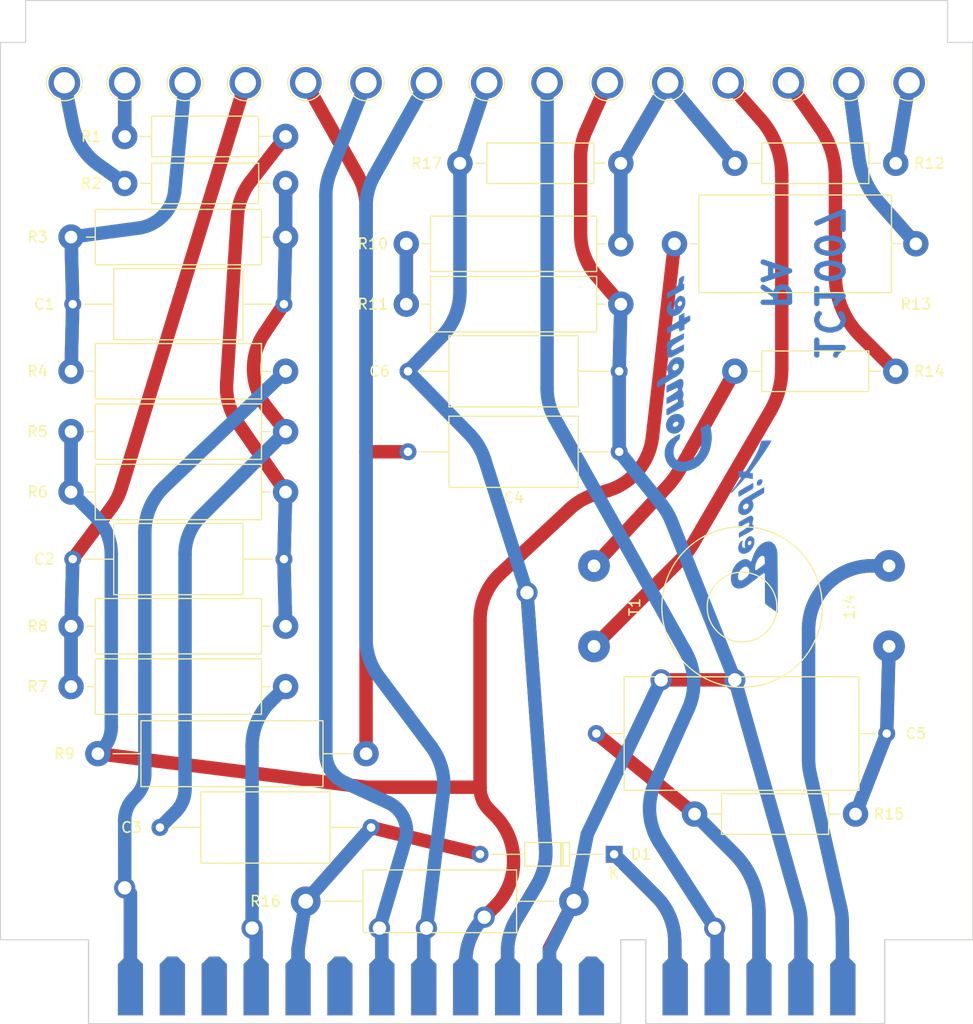
<source format=kicad_pcb>
(kicad_pcb (version 20211014) (generator pcbnew)
  (layers (0 "F.Cu" signal) (31 "B.Cu" signal) (34 "B.Paste" user) (35 "F.Paste" user) (36 "B.SilkS" user "B.Silkscreen") (37 "F.SilkS" user "F.Silkscreen") (38 "B.Mask" user) (39 "F.Mask" user) (44 "Edge.Cuts" user))
  (net 0 "")
  (net 1 "/+100V")
  (net 2 "GND")
  (net 3 "/(RESET)")
  (net 4 "/Input 1")
  (net 5 "/V1P2")
  (net 6 "/-160V")
  (net 7 "/V2P2")
  (net 8 "/V2P7")
  (net 9 "/Filament 2")
  (net 10 "/Filament 1")
  (net 11 "/(SET)")
  (net 12 "/V2P3")
  (net 13 "/V2P6")
  (net 14 "Net-(C2-Pad2)")
  (net 15 "/V1P3")
  (net 16 "/Return")
  (net 17 "Net-(C5-Pad2)")
  (net 18 "/Output 1_{0}")
  (net 19 "/Output 1_{1}")
  (net 22 "/V1P7")
  (net 23 "/Clock")
  (net 24 "/Read Clock")
  (net 29 "Net-(R10-Pad1)")
  (net 30 "/VR1P3")
  (net 31 "/VR1P1")
  (net 32 "Net-(R14-Pad2)")
  (net 33 "/VR1P2")
  (net 34 "/Test Point 1")
  (footprint "Resistor_THT:R_Axial_DIN0516_L15.5mm_D5.0mm_P20.32mm_Horizontal" (layer "F.Cu") (at 127 90.805 180)
    (fp_text reference "R5")
    (fp_text value "33K 1/4W 1%")
  )
  (footprint "Resistor_THT:R_Axial_DIN0411_L9.9mm_D3.6mm_P15.24mm_Horizontal" (layer "F.Cu") (at 127 67.31 180)
    (fp_text reference "R2")
    (fp_text value "1.2K 1/2W 10%")
  )
  (footprint "Resistor_THT:R_Axial_DIN0516_L15.5mm_D5.0mm_P20.32mm_Horizontal" (layer "F.Cu") (at 127 114.935 180)
    (fp_text reference "R7")
    (fp_text value "3.9K 1W 5%")
  )
  (footprint "TestPoint:TestPoint_Plated_Hole_D2.0mm" (layer "F.Cu") (at 168.91 57.785)
    (fp_text reference "TP12")
    (fp_text value "E")
  )
  (footprint "Resistor_THT:R_Axial_DIN0411_L9.9mm_D3.6mm_P15.24mm_Horizontal" (layer "F.Cu") (at 180.975 127 180)
    (fp_text reference "R15")
    (fp_text value "120Ω 1/2W 10%")
  )
  (footprint "TestPoint:TestPoint_Plated_Hole_D2.0mm" (layer "F.Cu") (at 140.335 57.785)
    (fp_text reference "TP7")
    (fp_text value "L")
  )
  (footprint "Resistor_THT:R_Axial_DIN0411_L9.9mm_D3.6mm_P15.24mm_Horizontal" (layer "F.Cu") (at 184.785 85.09 180)
    (fp_text reference "R14")
    (fp_text value "1.2K 1/2W 10%")
  )
  (footprint "Resistor_THT:R_Axial_DIN0617_L17.0mm_D6.0mm_P25.40mm_Horizontal" (layer "F.Cu") (at 134.62 121.285 180)
    (fp_text reference "R9")
    (fp_text value "3.9K 1/2W 1%")
  )
  (footprint "Resistor_THT:R_Axial_DIN0516_L15.5mm_D5.0mm_P20.32mm_Horizontal" (layer "F.Cu") (at 158.75 78.74 180)
    (fp_text reference "R11")
    (fp_text value "8.2K 1W 5%")
  )
  (footprint "TestPoint:TestPoint_Plated_Hole_D2.0mm" (layer "F.Cu") (at 174.625 57.785)
    (fp_text reference "TP13")
    (fp_text value "D")
  )
  (footprint "TestPoint:TestPoint_Plated_Hole_D2.0mm" (layer "F.Cu") (at 134.62 57.785)
    (fp_text reference "TP6")
    (fp_text value "M")
  )
  (footprint "TestPoint:TestPoint_Plated_Hole_D2.0mm" (layer "F.Cu") (at 106.045 57.785)
    (fp_text reference "TP1")
    (fp_text value "U")
  )
  (footprint "Resistor_THT:R_Axial_DIN0516_L15.5mm_D5.0mm_P20.32mm_Horizontal" (layer "F.Cu") (at 138.43 73.025)
    (fp_text reference "R10")
    (fp_text value "6.8K 1W 5%")
  )
  (footprint "Resistor_THT:R_Axial_DIN0516_L15.5mm_D5.0mm_P20.32mm_Horizontal" (layer "F.Cu") (at 127 85.09 180)
    (fp_text reference "R4")
    (fp_text value "3.9K 1W 5%")
  )
  (footprint "TestPoint:TestPoint_Plated_Hole_D2.0mm" (layer "F.Cu") (at 163.195 57.785)
    (fp_text reference "TP11")
    (fp_text value "F")
  )
  (footprint "Resistor_THT:R_Axial_DIN0516_L15.5mm_D5.0mm_P20.32mm_Horizontal" (layer "F.Cu") (at 106.68 72.39)
    (fp_text reference "R3")
    (fp_text value "82K 1/4W 1%")
  )
  (footprint "Resistor_THT:R_Axial_DIN0411_L9.9mm_D3.6mm_P15.24mm_Horizontal" (layer "F.Cu") (at 169.545 65.405)
    (fp_text reference "R12")
    (fp_text value "180Ω 1/2W 10%")
  )
  (footprint "TestPoint:TestPoint_Plated_Hole_D2.0mm" (layer "F.Cu") (at 157.48 57.785)
    (fp_text reference "TP10")
    (fp_text value "H")
  )
  (footprint "Capacitor_THT:C_Axial_L12.0mm_D6.5mm_P20.00mm_Horizontal" (layer "F.Cu") (at 158.59 85.09 180)
    (fp_text reference "C6")
    (fp_text value "15nF 500V")
  )
  (footprint "TestPoint:TestPoint_Plated_Hole_D2.0mm" (layer "F.Cu") (at 117.475 57.785)
    (fp_text reference "TP3")
    (fp_text value "S")
  )
  (footprint "Bendix_G15:Card_Edge_F_Key" (layer "F.Cu") (at 146.0375 138.9)
    (fp_text reference "J1")
    (fp_text value "Conn_02x18_Row_Letter_First")
    (fp_line (start 12.7 7.9375) (end -37.703125 7.9375) (layer "Edge.Cuts") (width 0.12))
    (fp_line (start 15.08125 7.9375) (end 15.08125 0) (layer "Edge.Cuts") (width 0.12))
    (fp_line (start -37.703125 7.9375) (end -37.703125 0) (layer "Edge.Cuts") (width 0.12))
    (fp_line (start 37.703125 0) (end 37.703125 7.9375) (layer "Edge.Cuts") (width 0.12))
    (fp_line (start 12.7 0) (end 12.7 7.9375) (layer "Edge.Cuts") (width 0.12))
    (fp_line (start 37.703125 7.9375) (end 15.08125 7.9375) (layer "Edge.Cuts") (width 0.12))
    (fp_line (start 15.08125 0) (end 12.7 0) (layer "Edge.Cuts") (width 0.12))
  )
  (footprint "Resistor_THT:R_Axial_DIN0516_L15.5mm_D5.0mm_P20.32mm_Horizontal" (layer "F.Cu") (at 127 96.52 180)
    (fp_text reference "R6")
    (fp_text value "33K 1/4W 1%")
  )
  (footprint "Resistor_THT:R_Axial_DIN0411_L9.9mm_D3.6mm_P15.24mm_Horizontal" (layer "F.Cu") (at 158.75 65.405 180)
    (fp_text reference "R17")
    (fp_text value "2.2K 1/2W 10%")
  )
  (footprint "Resistor_THT:R_Axial_DIN0614_L14.3mm_D5.7mm_P25.40mm_Horizontal" (layer "F.Cu") (at 128.905 135.255)
    (fp_text reference "R16")
    (fp_text value "15K 1W 10%")
  )
  (footprint "Resistor_THT:R_Axial_DIN0918_L18.0mm_D9.0mm_P22.86mm_Horizontal" (layer "F.Cu") (at 186.69 73.025 180)
    (fp_text reference "R13")
    (fp_text value "8.2K 2W 5%")
  )
  (footprint "TestPoint:TestPoint_Plated_Hole_D2.0mm" (layer "F.Cu") (at 123.19 57.785)
    (fp_text reference "TP4")
    (fp_text value "R")
  )
  (footprint "TestPoint:TestPoint_Plated_Hole_D2.0mm" (layer "F.Cu") (at 111.76 57.785)
    (fp_text reference "TP2")
    (fp_text value "T")
  )
  (footprint "TestPoint:TestPoint_Plated_Hole_D2.0mm" (layer "F.Cu") (at 146.05 57.785)
    (fp_text reference "TP8")
    (fp_text value "K")
  )
  (footprint "TestPoint:TestPoint_Plated_Hole_D2.0mm" (layer "F.Cu") (at 180.34 57.785)
    (fp_text reference "TP14")
    (fp_text value "C")
  )
  (footprint "Capacitor_THT:C_Axial_L12.0mm_D6.5mm_P20.00mm_Horizontal" (layer "F.Cu") (at 115.095 128.27)
    (fp_text reference "C3")
    (fp_text value "30nF 500V")
  )
  (footprint "Capacitor_THT:C_Axial_L12.0mm_D6.5mm_P20.00mm_Horizontal" (layer "F.Cu") (at 106.84 102.87)
    (fp_text reference "C2")
    (fp_text value "50nF 500V")
  )
  (footprint "Diode_THT:D_DO-35_SOD27_P12.70mm_Horizontal" (layer "F.Cu") (at 158.115 130.81 180)
    (fp_text reference "D1")
    (fp_text value "1N4007")
  )
  (footprint "Resistor_THT:R_Axial_DIN0516_L15.5mm_D5.0mm_P20.32mm_Horizontal" (layer "F.Cu") (at 127 109.22 180)
    (fp_text reference "R8")
    (fp_text value "82K 1/4W 1%")
  )
  (footprint "Capacitor_THT:C_Axial_L12.0mm_D6.5mm_P20.00mm_Horizontal" (layer "F.Cu") (at 126.84 78.74 180)
    (fp_text reference "C1")
    (fp_text value "20nF 500V")
  )
  (footprint "TestPoint:TestPoint_Plated_Hole_D2.0mm" (layer "F.Cu") (at 128.905 57.785)
    (fp_text reference "TP5")
    (fp_text value "N")
  )
  (footprint "Capacitor_THT:C_Axial_L12.0mm_D6.5mm_P20.00mm_Horizontal" (layer "F.Cu") (at 158.59 92.71 180)
    (fp_text reference "C4")
    (fp_text value "1µF 500V")
  )
  (footprint "Transformer_THT:Transformer_Toroid_Horizontal_D14.0mm_Amidon-T50" (layer "F.Cu") (at 184.15 103.505)
    (fp_text reference "T1")
    (fp_text value "1:4")
  )
  (footprint "Capacitor_THT:C_Axial_L22.0mm_D10.5mm_P27.50mm_Horizontal" (layer "F.Cu") (at 156.43 119.38)
    (fp_text reference "C5")
    (fp_text value "0.27µF 200V")
  )
  (footprint "Resistor_THT:R_Axial_DIN0411_L9.9mm_D3.6mm_P15.24mm_Horizontal" (layer "F.Cu") (at 111.76 62.865)
    (fp_text reference "R1")
    (fp_text value "1.2K 1/2W 10%")
  )
  (footprint "TestPoint:TestPoint_Plated_Hole_D2.0mm" (layer "F.Cu") (at 186.055 57.785)
    (fp_text reference "TP15")
    (fp_text value "B")
  )
  (footprint "TestPoint:TestPoint_Plated_Hole_D2.0mm" (layer "F.Cu") (at 151.765 57.785)
    (fp_text reference "TP9")
    (fp_text value "J")
  )
  (footprint "LOGO" (layer "B.Cu") (at 171.45 99.695 90)
    (fp_text reference "G***" hide)
    (fp_text value "LOGO" hide)
  )
  (footprint "LOGO" (layer "B.Cu") (at 165.1 85.09 90)
    (fp_text reference "G***" hide)
    (fp_text value "LOGO" hide)
  )
  (gr_line (start 102.38125 50) (end 189.69375 50) (layer "Edge.Cuts") (width 0.1))
  (gr_line (start 102.38125 53.96875) (end 100 53.96875) (layer "Edge.Cuts") (width 0.1))
  (gr_line (start 100 53.96875) (end 100 138.9) (layer "Edge.Cuts") (width 0.1))
  (gr_line (start 192.075 53.96875) (end 192.075 138.9) (layer "Edge.Cuts") (width 0.1))
  (gr_line (start 108.334375 138.9) (end 100 138.9) (layer "Edge.Cuts") (width 0.1))
  (gr_line (start 102.38125 50) (end 102.38125 53.96875) (layer "Edge.Cuts") (width 0.1))
  (gr_line (start 192.075 53.96875) (end 189.69375 53.96875) (layer "Edge.Cuts") (width 0.1))
  (gr_line (start 189.69375 50) (end 189.69375 53.96875) (layer "Edge.Cuts") (width 0.1))
  (gr_line (start 183.740625 138.9) (end 192.075 138.9) (layer "Edge.Cuts") (width 0.1))
  (gr_text "RA" (at 173.355 76.835 270) (layer "B.Cu") (effects (font (size 2.5 2.5) (thickness 0.5)) (justify mirror)))
  (gr_text "1C1007\n" (at 178.435 76.835 270) (layer "B.Cu") (effects (font (size 2.5 2.5) (thickness 0.5)) (justify mirror)))
  (via (at 104.7625 134.1375) (size 4.7625) (drill 3.175) (layers "F.Cu" "B.Cu") (remove_unused_layers) (net 0))
  (via (at 187.3125 134.1375) (size 4.7625) (drill 3.175) (layers "F.Cu" "B.Cu") (remove_unused_layers) (net 0))
  (segment (start 175.803125 143.265625) (end 175.803125 137.265065) (width 1.27) (layer "F.Cu") (net 2))
  (segment (start 175.576769 135.632571) (end 169.545 114.3) (width 1.27) (layer "F.Cu") (net 2))
  (segment (start 158.59 85.09) (end 158.75 78.74) (width 1.27) (layer "F.Cu") (net 2))
  (segment (start 169.545 114.3) (end 162.56 114.3) (width 1.27) (layer "F.Cu") (net 2))
  (segment (start 158.75 78.74) (end 156.384461 75.980204) (width 1.27) (layer "F.Cu") (net 2))
  (segment (start 154.94 72.075456) (end 154.94 64.773287) (width 1.27) (layer "F.Cu") (net 2))
  (segment (start 158.59 92.71) (end 158.59 85.09) (width 1.27) (layer "F.Cu") (net 2))
  (segment (start 151.990625 139.7) (end 154.305 135.255) (width 1.27) (layer "F.Cu") (net 2))
  (segment (start 155.457131 62.336456) (end 157.48 57.785) (width 1.27) (layer "F.Cu") (net 2))
  (segment (start 151.990625 143.265625) (end 151.990625 139.7) (width 1.27) (layer "F.Cu") (net 2))
  (via (at 169.545 114.3) (size 2) (drill 1.27) (layers "F.Cu" "B.Cu") (net 2))
  (via (at 162.56 114.3) (size 2) (drill 1.27) (layers "F.Cu" "B.Cu") (net 2))
  (arc (start 155.457131 62.336456) (mid 155.070707 63.527738) (end 154.94 64.773287) (width 1.27) (layer "F.Cu") (net 2))
  (arc (start 154.94 72.075456) (mid 155.31269 74.157134) (end 156.384461 75.980204) (width 1.27) (layer "F.Cu") (net 2))
  (arc (start 175.576769 135.632571) (mid 175.746267 136.441009) (end 175.803125 137.265065) (width 1.27) (layer "F.Cu") (net 2))
  (segment (start 158.59 92.71) (end 162.630376 97.724278) (width 1.27) (layer "B.Cu") (net 2))
  (segment (start 151.990625 143.265625) (end 151.990625 139.925625) (width 1.27) (layer "B.Cu") (net 2))
  (segment (start 158.59 85.09) (end 158.75 78.74) (width 1.27) (layer "B.Cu") (net 2))
  (segment (start 151.990625 139.925625) (end 154.305 135.255) (width 1.27) (layer "B.Cu") (net 2))
  (segment (start 158.59 92.71) (end 158.59 85.09) (width 1.27) (layer "B.Cu") (net 2))
  (segment (start 175.803125 143.265625) (end 175.803125 137.265065) (width 1.27) (layer "B.Cu") (net 2))
  (segment (start 175.576769 135.632571) (end 169.545 114.3) (width 1.27) (layer "B.Cu") (net 2))
  (segment (start 155.575 128.905) (end 162.56 114.3) (width 1.27) (layer "B.Cu") (net 2))
  (segment (start 169.545 114.3) (end 163.529212 99.260531) (width 1.27) (layer "B.Cu") (net 2))
  (segment (start 154.305 135.255) (end 155.575 128.905) (width 1.27) (layer "B.Cu") (net 2))
  (arc (start 163.529212 99.260531) (mid 163.137076 98.45889) (end 162.630376 97.724278) (width 1.27) (layer "B.Cu") (net 2))
  (arc (start 175.576769 135.632571) (mid 175.746267 136.441009) (end 175.803125 137.265065) (width 1.27) (layer "B.Cu") (net 2))
  (segment (start 126.84 78.74) (end 124.988325 81.484022) (width 1.27) (layer "F.Cu") (net 3))
  (segment (start 125.225757 88.523831) (end 127 90.805) (width 1.27) (layer "F.Cu") (net 3))
  (segment (start 126.84 78.74) (end 127 72.39) (width 1.27) (layer "F.Cu") (net 3))
  (segment (start 127 67.31) (end 127 72.39) (width 1.27) (layer "F.Cu") (net 3))
  (arc (start 125.225757 88.523831) (mid 123.96528 85.042435) (end 124.988325 81.484022) (width 1.27) (layer "F.Cu") (net 3))
  (segment (start 115.095 128.27) (end 116.596321 126.768679) (width 1.27) (layer "B.Cu") (net 3))
  (segment (start 118.939466 98.865534) (end 127 90.805) (width 1.27) (layer "B.Cu") (net 3))
  (segment (start 127 72.39) (end 127 67.31) (width 1.27) (layer "B.Cu") (net 3))
  (segment (start 117.475 124.647359) (end 117.475 102.401068) (width 1.27) (layer "B.Cu") (net 3))
  (segment (start 126.84 78.74) (end 127 72.39) (width 1.27) (layer "B.Cu") (net 3))
  (arc (start 117.475 102.401068) (mid 117.855602 100.487651) (end 118.939466 98.865534) (width 1.27) (layer "B.Cu") (net 3))
  (arc (start 116.596321 126.768679) (mid 117.246639 125.795409) (end 117.475 124.647359) (width 1.27) (layer "B.Cu") (net 3))
  (segment (start 179.562473 135.897879) (end 176.679203 123.211493) (width 1.27) (layer "F.Cu") (net 4))
  (segment (start 176.53 121.881766) (end 176.53 109.505) (width 1.27) (layer "F.Cu") (net 4))
  (segment (start 182.53 103.505) (end 184.15 103.505) (width 1.27) (layer "F.Cu") (net 4))
  (segment (start 179.771875 143.265625) (end 179.71138 137.168082) (width 1.27) (layer "F.Cu") (net 4))
  (arc (start 179.71138 137.168082) (mid 179.670866 136.529002) (end 179.562473 135.897879) (width 1.27) (layer "F.Cu") (net 4))
  (arc (start 182.53 103.505) (mid 178.287359 105.262359) (end 176.53 109.505) (width 1.27) (layer "F.Cu") (net 4))
  (arc (start 176.679203 123.211493) (mid 176.567417 122.550802) (end 176.53 121.881766) (width 1.27) (layer "F.Cu") (net 4))
  (segment (start 179.562473 135.897879) (end 176.679203 123.211493) (width 1.27) (layer "B.Cu") (net 4))
  (segment (start 179.771875 143.265625) (end 179.71138 137.168082) (width 1.27) (layer "B.Cu") (net 4))
  (segment (start 182.53 103.505) (end 184.15 103.505) (width 1.27) (layer "B.Cu") (net 4))
  (segment (start 176.53 121.881766) (end 176.53 109.505) (width 1.27) (layer "B.Cu") (net 4))
  (arc (start 176.679203 123.211493) (mid 176.567417 122.550802) (end 176.53 121.881766) (width 1.27) (layer "B.Cu") (net 4))
  (arc (start 182.53 103.505) (mid 178.287359 105.262359) (end 176.53 109.505) (width 1.27) (layer "B.Cu") (net 4))
  (arc (start 179.71138 137.168082) (mid 179.670866 136.529002) (end 179.562473 135.897879) (width 1.27) (layer "B.Cu") (net 4))
  (segment (start 179.07 76.061292) (end 179.07 66.656778) (width 1.27) (layer "F.Cu") (net 5))
  (segment (start 177.623855 62.069079) (end 174.625 57.785) (width 1.27) (layer "F.Cu") (net 5))
  (segment (start 184.785 85.09) (end 181.413146 81.718146) (width 1.27) (layer "F.Cu") (net 5))
  (arc (start 177.623855 62.069079) (mid 178.699903 64.251663) (end 179.07 66.656778) (width 1.27) (layer "F.Cu") (net 5))
  (arc (start 181.413146 81.718146) (mid 179.678964 79.122759) (end 179.07 76.061292) (width 1.27) (layer "F.Cu") (net 5))
  (segment (start 106.68 96.52) (end 106.68 90.805) (width 1.27) (layer "F.Cu") (net 6))
  (segment (start 109.22 121.285) (end 134.62 124.46) (width 1.27) (layer "F.Cu") (net 6))
  (segment (start 153.91419 98.112422) (end 147.32109 104.265982) (width 1.27) (layer "F.Cu") (net 6))
  (segment (start 145.415 108.652314) (end 145.415 124.487359) (width 1.27) (layer "F.Cu") (net 6))
  (segment (start 144.053125 143.265625) (end 144.053125 141.007156) (width 1.27) (layer "F.Cu") (net 6))
  (segment (start 148.59 131.390281) (end 148.59 131.499719) (width 1.27) (layer "F.Cu") (net 6))
  (segment (start 145.810485 136.764515) (end 145.810484 136.764516) (width 1.27) (layer "F.Cu") (net 6))
  (segment (start 146.83264 135.74236) (end 145.810484 136.764516) (width 1.27) (layer "F.Cu") (net 6))
  (segment (start 157.50195 96.386415) (end 156.284013 96.751796) (width 1.27) (layer "F.Cu") (net 6))
  (segment (start 146.29368 126.60868) (end 146.832641 127.147641) (width 1.27) (layer "F.Cu") (net 6))
  (segment (start 134.62 124.46) (end 145.387641 124.46) (width 1.27) (layer "F.Cu") (net 6))
  (segment (start 163.83 73.025) (end 161.739059 91.320737) (width 1.27) (layer "F.Cu") (net 6))
  (segment (start 145.387641 124.46) (end 145.415 124.487359) (width 1.27) (layer "F.Cu") (net 6))
  (via (at 145.810484 136.764516) (size 2) (drill 1.27) (layers "F.Cu" "B.Cu") (net 6))
  (arc (start 157.50195 96.386415) (mid 160.380163 94.488981) (end 161.739059 91.320737) (width 1.27) (layer "F.Cu") (net 6))
  (arc (start 144.053125 141.007156) (mid 144.509848 138.711055) (end 145.810485 136.764515) (width 1.27) (layer "F.Cu") (net 6))
  (arc (start 146.83264 135.74236) (mid 148.133277 133.79582) (end 148.59 131.499719) (width 1.27) (layer "F.Cu") (net 6))
  (arc (start 148.59 131.390281) (mid 148.133277 129.094181) (end 146.832641 127.147641) (width 1.27) (layer "F.Cu") (net 6))
  (arc (start 147.32109 104.265982) (mid 145.912116 106.261023) (end 145.415 108.652314) (width 1.27) (layer "F.Cu") (net 6))
  (arc (start 156.284013 96.751796) (mid 155.02061 97.295399) (end 153.91419 98.112422) (width 1.27) (layer "F.Cu") (net 6))
  (arc (start 145.415 124.487359) (mid 145.643362 125.63541) (end 146.29368 126.60868) (width 1.27) (layer "F.Cu") (net 6))
  (segment (start 109.025534 98.865534) (end 106.68 96.52) (width 1.27) (layer "B.Cu") (net 6))
  (segment (start 110.49 118.772359) (end 110.49 102.401068) (width 1.27) (layer "B.Cu") (net 6))
  (segment (start 144.053125 143.265625) (end 144.053125 141.007156) (width 1.27) (layer "B.Cu") (net 6))
  (segment (start 109.22 121.285) (end 109.611321 120.893679) (width 1.27) (layer "B.Cu") (net 6))
  (segment (start 145.810485 136.764515) (end 145.810484 136.764516) (width 1.27) (layer "B.Cu") (net 6))
  (segment (start 106.68 96.52) (end 106.68 90.805) (width 1.27) (layer "B.Cu") (net 6))
  (arc (start 110.49 118.772359) (mid 110.261639 119.920409) (end 109.611321 120.893679) (width 1.27) (layer "B.Cu") (net 6))
  (arc (start 144.053125 141.007156) (mid 144.509848 138.711055) (end 145.810485 136.764515) (width 1.27) (layer "B.Cu") (net 6))
  (arc (start 110.49 102.401068) (mid 110.109398 100.487651) (end 109.025534 98.865534) (width 1.27) (layer "B.Cu") (net 6))
  (segment (start 106.045 57.785) (end 106.849678 61.808391) (width 1.27) (layer "F.Cu") (net 7))
  (segment (start 109.245733 65.514095) (end 111.76 67.31) (width 1.27) (layer "F.Cu") (net 7))
  (arc (start 106.849678 61.808391) (mid 107.694654 63.889521) (end 109.245733 65.514095) (width 1.27) (layer "F.Cu") (net 7))
  (segment (start 111.76 67.31) (end 109.245733 65.514095) (width 1.27) (layer "B.Cu") (net 7))
  (segment (start 106.849678 61.808391) (end 106.045 57.785) (width 1.27) (layer "B.Cu") (net 7))
  (arc (start 106.849678 61.808391) (mid 107.694654 63.889521) (end 109.245733 65.514095) (width 1.27) (layer "B.Cu") (net 7))
  (segment (start 111.76 62.865) (end 111.76 57.785) (width 1.27) (layer "F.Cu") (net 8))
  (segment (start 111.76 62.865) (end 111.76 57.785) (width 1.27) (layer "B.Cu") (net 8))
  (segment (start 136.115625 138.020625) (end 135.89 137.795) (width 1.27) (layer "F.Cu") (net 9))
  (segment (start 136.115625 143.265625) (end 136.115625 138.020625) (width 1.27) (layer "F.Cu") (net 9))
  (via (at 135.89 137.795) (size 2) (drill 1.27) (layers "F.Cu" "B.Cu") (net 9))
  (segment (start 134.62 57.785) (end 131.23914 66.23715) (width 1.27) (layer "B.Cu") (net 9))
  (segment (start 130.81 121.270503) (end 130.81 68.465494) (width 1.27) (layer "B.Cu") (net 9))
  (segment (start 136.115625 138.020625) (end 135.89 137.795) (width 1.27) (layer "B.Cu") (net 9))
  (segment (start 135.89 137.795) (end 138.334136 129.484937) (width 1.27) (layer "B.Cu") (net 9))
  (segment (start 136.713214 125.91456) (end 132.552826 123.994381) (width 1.27) (layer "B.Cu") (net 9))
  (segment (start 136.115625 143.265625) (end 136.115625 138.020625) (width 1.27) (layer "B.Cu") (net 9))
  (arc (start 136.713214 125.91456) (mid 138.187708 127.398283) (end 138.334136 129.484937) (width 1.27) (layer "B.Cu") (net 9))
  (arc (start 131.23914 66.23715) (mid 130.918262 67.330849) (end 130.81 68.465494) (width 1.27) (layer "B.Cu") (net 9))
  (arc (start 132.552826 123.994381) (mid 131.282994 122.887364) (end 130.81 121.270503) (width 1.27) (layer "B.Cu") (net 9))
  (segment (start 140.084375 138.045625) (end 140.335 137.795) (width 1.27) (layer "F.Cu") (net 10))
  (segment (start 140.084375 143.265625) (end 140.084375 138.045625) (width 1.27) (layer "F.Cu") (net 10))
  (via (at 140.335 137.795) (size 2) (drill 1.27) (layers "F.Cu" "B.Cu") (net 10))
  (segment (start 140.785691 120.615922) (end 135.82 113.995) (width 1.27) (layer "B.Cu") (net 10))
  (segment (start 135.390547 66.575139) (end 140.335 57.785) (width 1.27) (layer "B.Cu") (net 10))
  (segment (start 140.084375 138.045625) (end 140.335 137.795) (width 1.27) (layer "B.Cu") (net 10))
  (segment (start 134.62 110.395) (end 134.62 69.516707) (width 1.27) (layer "B.Cu") (net 10))
  (segment (start 140.084375 143.265625) (end 140.084375 138.045625) (width 1.27) (layer "B.Cu") (net 10))
  (segment (start 140.335 137.795) (end 141.939359 124.96013) (width 1.27) (layer "B.Cu") (net 10))
  (arc (start 141.939359 124.96013) (mid 141.784689 122.675914) (end 140.785691 120.615922) (width 1.27) (layer "B.Cu") (net 10))
  (arc (start 134.62 110.395) (mid 134.9279 112.292367) (end 135.82 113.995) (width 1.27) (layer "B.Cu") (net 10))
  (arc (start 135.390547 66.575139) (mid 134.815833 67.996299) (end 134.62 69.516707) (width 1.27) (layer "B.Cu") (net 10))
  (segment (start 111.432203 96.152547) (end 123.19 57.785) (width 1.27) (layer "F.Cu") (net 11))
  (segment (start 106.68 109.22) (end 106.84 102.87) (width 1.27) (layer "F.Cu") (net 11))
  (segment (start 106.84 102.87) (end 110.496036 97.993863) (width 1.27) (layer "F.Cu") (net 11))
  (segment (start 106.68 114.935) (end 106.68 109.22) (width 1.27) (layer "F.Cu") (net 11))
  (arc (start 111.432203 96.152547) (mid 111.043955 97.113795) (end 110.496036 97.993863) (width 1.27) (layer "F.Cu") (net 11))
  (segment (start 106.68 109.22) (end 106.84 102.87) (width 1.27) (layer "B.Cu") (net 11))
  (segment (start 106.68 114.935) (end 106.68 109.22) (width 1.27) (layer "B.Cu") (net 11))
  (segment (start 138.59 92.71) (end 134.62 92.71) (width 1.27) (layer "F.Cu") (net 12))
  (segment (start 133.849453 66.575139) (end 128.905 57.785) (width 1.27) (layer "F.Cu") (net 12))
  (segment (start 134.62 92.71) (end 134.62 69.516707) (width 1.27) (layer "F.Cu") (net 12))
  (segment (start 134.62 121.285) (end 134.62 92.71) (width 1.27) (layer "F.Cu") (net 12))
  (arc (start 133.849453 66.575139) (mid 134.424167 67.996299) (end 134.62 69.516707) (width 1.27) (layer "F.Cu") (net 12))
  (segment (start 106.68 85.09) (end 106.84 78.74) (width 1.27) (layer "F.Cu") (net 13))
  (segment (start 106.84 78.74) (end 106.68 72.39) (width 1.27) (layer "F.Cu") (net 13))
  (segment (start 113.053142 71.540248) (end 106.68 72.39) (width 1.27) (layer "B.Cu") (net 13))
  (segment (start 106.68 72.39) (end 106.84 78.74) (width 1.27) (layer "B.Cu") (net 13))
  (segment (start 106.68 85.09) (end 106.84 78.74) (width 1.27) (layer "B.Cu") (net 13))
  (segment (start 117.475 57.785) (end 116.506469 67.954572) (width 1.27) (layer "B.Cu") (net 13))
  (arc (start 113.053142 71.540248) (mid 115.405586 70.350092) (end 116.506469 67.954572) (width 1.27) (layer "B.Cu") (net 13))
  (segment (start 122.436221 70.421073) (end 121.419471 86.180702) (width 1.27) (layer "F.Cu") (net 14))
  (segment (start 122.47387 89.982256) (end 127 96.52) (width 1.27) (layer "F.Cu") (net 14))
  (segment (start 127 62.865) (end 123.68766 67.123723) (width 1.27) (layer "F.Cu") (net 14))
  (segment (start 127 96.52) (end 126.84 102.87) (width 1.27) (layer "F.Cu") (net 14))
  (segment (start 127 109.22) (end 126.84 102.87) (width 1.27) (layer "F.Cu") (net 14))
  (arc (start 123.68766 67.123723) (mid 122.814194 68.678371) (end 122.436221 70.421073) (width 1.27) (layer "F.Cu") (net 14))
  (arc (start 122.47387 89.982256) (mid 121.625293 88.170616) (end 121.419471 86.180702) (width 1.27) (layer "F.Cu") (net 14))
  (segment (start 126.84 102.87) (end 127 96.52) (width 1.27) (layer "B.Cu") (net 14))
  (segment (start 126.84 102.87) (end 127 109.22) (width 1.27) (layer "B.Cu") (net 14))
  (segment (start 158.75 73.025) (end 158.75 65.405) (width 1.27) (layer "F.Cu") (net 15))
  (segment (start 158.75 65.405) (end 163.195 57.785) (width 1.27) (layer "F.Cu") (net 15))
  (segment (start 169.545 65.405) (end 163.195 57.785) (width 1.27) (layer "F.Cu") (net 15))
  (segment (start 158.75 73.025) (end 158.75 65.405) (width 1.27) (layer "B.Cu") (net 15))
  (segment (start 169.545 65.405) (end 163.195 57.785) (width 1.27) (layer "B.Cu") (net 15))
  (segment (start 158.75 65.405) (end 163.195 57.785) (width 1.27) (layer "B.Cu") (net 15))
  (segment (start 165.735 127) (end 156.43 119.38) (width 1.27) (layer "F.Cu") (net 16))
  (segment (start 169.491229 130.756229) (end 165.735 127) (width 1.27) (layer "F.Cu") (net 16))
  (segment (start 171.834375 143.265625) (end 171.834375 136.413083) (width 1.27) (layer "F.Cu") (net 16))
  (arc (start 171.834375 136.413083) (mid 171.225411 133.351616) (end 169.491229 130.756229) (width 1.27) (layer "F.Cu") (net 16))
  (segment (start 169.491229 130.756229) (end 165.735 127) (width 1.27) (layer "B.Cu") (net 16))
  (segment (start 171.834375 143.265625) (end 171.834375 136.413083) (width 1.27) (layer "B.Cu") (net 16))
  (arc (start 169.491229 130.756229) (mid 171.225411 133.351616) (end 171.834375 136.413083) (width 1.27) (layer "B.Cu") (net 16))
  (segment (start 184.15 111.125) (end 183.93 119.38) (width 1.27) (layer "F.Cu") (net 17))
  (segment (start 180.975 127) (end 183.93 119.38) (width 1.27) (layer "F.Cu") (net 17))
  (segment (start 184.15 111.125) (end 183.93 119.38) (width 1.27) (layer "B.Cu") (net 17))
  (segment (start 180.975 127) (end 183.93 119.38) (width 1.27) (layer "B.Cu") (net 17))
  (segment (start 124.209375 143.265625) (end 124.209375 138.179375) (width 1.27) (layer "F.Cu") (net 18))
  (segment (start 124.209375 138.179375) (end 123.825 137.795) (width 1.27) (layer "F.Cu") (net 18))
  (via (at 123.825 137.795) (size 2) (drill 1.27) (layers "F.Cu" "B.Cu") (net 18))
  (segment (start 124.209375 138.179375) (end 123.825 137.795) (width 1.27) (layer "B.Cu") (net 18))
  (segment (start 124.209375 143.265625) (end 124.209375 138.179375) (width 1.27) (layer "B.Cu") (net 18))
  (segment (start 125.58236 116.35264) (end 127 114.935) (width 1.27) (layer "B.Cu") (net 18))
  (segment (start 123.825 137.795) (end 123.825 120.595281) (width 1.27) (layer "B.Cu") (net 18))
  (arc (start 125.58236 116.35264) (mid 124.281723 118.29918) (end 123.825 120.595281) (width 1.27) (layer "B.Cu") (net 18))
  (segment (start 112.303125 134.528125) (end 111.76 133.985) (width 1.27) (layer "F.Cu") (net 19))
  (segment (start 112.303125 143.265625) (end 112.303125 134.528125) (width 1.27) (layer "F.Cu") (net 19))
  (via (at 111.76 133.985) (size 2) (drill 1.27) (layers "F.Cu" "B.Cu") (net 19))
  (segment (start 112.303125 134.528125) (end 111.76 133.985) (width 1.27) (layer "B.Cu") (net 19))
  (segment (start 115.527069 96.016601) (end 127 85.09) (width 1.27) (layer "B.Cu") (net 19))
  (segment (start 113.665 123.217359) (end 113.665 100.361429) (width 1.27) (layer "B.Cu") (net 19))
  (segment (start 112.63868 125.48632) (end 112.786321 125.338679) (width 1.27) (layer "B.Cu") (net 19))
  (segment (start 111.76 133.985) (end 111.76 127.607641) (width 1.27) (layer "B.Cu") (net 19))
  (segment (start 112.303125 143.265625) (end 112.303125 134.528125) (width 1.27) (layer "B.Cu") (net 19))
  (arc (start 113.665 100.361429) (mid 114.15013 97.997913) (end 115.527069 96.016601) (width 1.27) (layer "B.Cu") (net 19))
  (arc (start 112.63868 125.48632) (mid 111.988361 126.45959) (end 111.76 127.607641) (width 1.27) (layer "B.Cu") (net 19))
  (arc (start 112.786321 125.338679) (mid 113.436639 124.365409) (end 113.665 123.217359) (width 1.27) (layer "B.Cu") (net 19))
  (segment (start 143.51 65.405) (end 146.05 57.785) (width 1.27) (layer "F.Cu") (net 22))
  (segment (start 143.51 77.580765) (end 143.51 65.405) (width 1.27) (layer "F.Cu") (net 22))
  (segment (start 138.59 85.09) (end 141.819971 81.754989) (width 1.27) (layer "F.Cu") (net 22))
  (segment (start 148.867261 136.944079) (end 150.797687 133.703709) (width 1.27) (layer "F.Cu") (net 22))
  (segment (start 151.627076 130.195032) (end 149.86 106.045) (width 1.27) (layer "F.Cu") (net 22))
  (segment (start 148.021875 143.265625) (end 148.021875 140.014902) (width 1.27) (layer "F.Cu") (net 22))
  (via (at 149.86 106.045) (size 2) (drill 1.27) (layers "F.Cu" "B.Cu") (net 22))
  (arc (start 151.627076 130.195032) (mid 151.482157 132.013141) (end 150.797687 133.703709) (width 1.27) (layer "F.Cu") (net 22))
  (arc (start 148.867261 136.944079) (mid 148.237081 138.42237) (end 148.021875 140.014902) (width 1.27) (layer "F.Cu") (net 22))
  (arc (start 143.51 77.580765) (mid 143.071467 79.83245) (end 141.819971 81.754989) (width 1.27) (layer "F.Cu") (net 22))
  (segment (start 151.627076 130.195032) (end 149.86 106.045) (width 1.27) (layer "B.Cu") (net 22))
  (segment (start 138.59 85.09) (end 141.819971 81.754989) (width 1.27) (layer "B.Cu") (net 22))
  (segment (start 145.846489 93.431109) (end 149.86 106.045) (width 1.27) (layer "B.Cu") (net 22))
  (segment (start 143.51 65.405) (end 146.05 57.785) (width 1.27) (layer "B.Cu") (net 22))
  (segment (start 148.021875 143.265625) (end 148.021875 140.014902) (width 1.27) (layer "B.Cu") (net 22))
  (segment (start 148.867261 136.944079) (end 150.797687 133.703709) (width 1.27) (layer "B.Cu") (net 22))
  (segment (start 138.59 85.09) (end 144.420441 91.057126) (width 1.27) (layer "B.Cu") (net 22))
  (segment (start 143.51 77.580765) (end 143.51 65.405) (width 1.27) (layer "B.Cu") (net 22))
  (arc (start 148.867261 136.944079) (mid 148.237081 138.42237) (end 148.021875 140.014902) (width 1.27) (layer "B.Cu") (net 22))
  (arc (start 151.627076 130.195032) (mid 151.482157 132.013141) (end 150.797687 133.703709) (width 1.27) (layer "B.Cu") (net 22))
  (arc (start 141.819971 81.754989) (mid 143.071467 79.83245) (end 143.51 77.580765) (width 1.27) (layer "B.Cu") (net 22))
  (arc (start 144.420441 91.057126) (mid 145.272306 92.160716) (end 145.846489 93.431109) (width 1.27) (layer "B.Cu") (net 22))
  (segment (start 158.115 130.81) (end 162.097247 134.792247) (width 1.27) (layer "F.Cu") (net 23))
  (segment (start 163.854311 138.975363) (end 163.896875 143.265625) (width 1.27) (layer "F.Cu") (net 23))
  (arc (start 163.854311 138.975363) (mid 163.386426 136.711318) (end 162.097247 134.792247) (width 1.27) (layer "F.Cu") (net 23))
  (segment (start 158.115 130.81) (end 162.097247 134.792247) (width 1.27) (layer "B.Cu") (net 23))
  (segment (start 163.854311 138.975363) (end 163.896875 143.265625) (width 1.27) (layer "B.Cu") (net 23))
  (arc (start 163.854311 138.975363) (mid 163.386426 136.711318) (end 162.097247 134.792247) (width 1.27) (layer "B.Cu") (net 23))
  (segment (start 167.865625 143.265625) (end 167.865625 138.020625) (width 1.27) (layer "F.Cu") (net 24))
  (segment (start 167.865625 138.020625) (end 167.64 137.795) (width 1.27) (layer "F.Cu") (net 24))
  (via (at 167.64 137.795) (size 2) (drill 1.27) (layers "F.Cu" "B.Cu") (net 24))
  (segment (start 161.995561 124.020975) (end 165.12844 117.059022) (width 1.27) (layer "B.Cu") (net 24))
  (segment (start 167.865625 138.020625) (end 167.64 137.795) (width 1.27) (layer "B.Cu") (net 24))
  (segment (start 167.865625 143.265625) (end 167.865625 138.020625) (width 1.27) (layer "B.Cu") (net 24))
  (segment (start 164.889769 111.661328) (end 152.532142 89.632514) (width 1.27) (layer "B.Cu") (net 24))
  (segment (start 167.64 137.795) (end 162.429669 129.742671) (width 1.27) (layer "B.Cu") (net 24))
  (segment (start 151.765 86.697008) (end 151.765 57.785) (width 1.27) (layer "B.Cu") (net 24))
  (arc (start 162.429669 129.742671) (mid 161.484285 126.937082) (end 161.995561 124.020975) (width 1.27) (layer "B.Cu") (net 24))
  (arc (start 152.532142 89.632514) (mid 151.959953 88.214053) (end 151.765 86.697008) (width 1.27) (layer "B.Cu") (net 24))
  (arc (start 164.889769 111.661328) (mid 165.651054 114.33179) (end 165.12844 117.059022) (width 1.27) (layer "B.Cu") (net 24))
  (segment (start 138.43 78.74) (end 138.43 73.025) (width 1.27) (layer "F.Cu") (net 29))
  (segment (start 138.43 78.74) (end 138.43 73.025) (width 1.27) (layer "B.Cu") (net 29))
  (segment (start 184.785 65.405) (end 186.055 57.785) (width 1.27) (layer "F.Cu") (net 30))
  (segment (start 184.785 65.405) (end 186.055 57.785) (width 1.27) (layer "B.Cu") (net 30))
  (segment (start 181.286355 64.882666) (end 180.34 57.785) (width 1.27) (layer "F.Cu") (net 31))
  (segment (start 186.69 73.025) (end 183.236904 69.140267) (width 1.27) (layer "F.Cu") (net 31))
  (arc (start 181.286355 64.882666) (mid 181.943109 67.157392) (end 183.236904 69.140267) (width 1.27) (layer "F.Cu") (net 31))
  (segment (start 186.69 73.025) (end 183.236904 69.140267) (width 1.27) (layer "B.Cu") (net 31))
  (segment (start 181.286355 64.882666) (end 180.34 57.785) (width 1.27) (layer "B.Cu") (net 31))
  (arc (start 181.286355 64.882666) (mid 181.943109 67.157392) (end 183.236904 69.140267) (width 1.27) (layer "B.Cu") (net 31))
  (segment (start 164.289061 94.433891) (end 169.545 85.09) (width 1.27) (layer "F.Cu") (net 32))
  (segment (start 156.21 103.505) (end 163.194885 95.938042) (width 1.27) (layer "F.Cu") (net 32))
  (arc (start 164.289061 94.433891) (mid 163.785836 95.217874) (end 163.194885 95.938042) (width 1.27) (layer "F.Cu") (net 32))
  (segment (start 168.91 57.785) (end 171.969275 61.226684) (width 1.27) (layer "F.Cu") (net 33))
  (segment (start 173.99 66.541595) (end 173.99 84.832207) (width 1.27) (layer "F.Cu") (net 33))
  (segment (start 172.900231 88.863175) (end 165.621513 101.340978) (width 1.27) (layer "F.Cu") (net 33))
  (segment (start 164.368135 102.966865) (end 156.21 111.125) (width 1.27) (layer "F.Cu") (net 33))
  (arc (start 172.900231 88.863175) (mid 173.712753 86.920047) (end 173.99 84.832207) (width 1.27) (layer "F.Cu") (net 33))
  (arc (start 165.621513 101.340978) (mid 165.047194 102.194293) (end 164.368135 102.966865) (width 1.27) (layer "F.Cu") (net 33))
  (arc (start 171.969275 61.226684) (mid 173.467774 63.69855) (end 173.99 66.541595) (width 1.27) (layer "F.Cu") (net 33))
  (segment (start 128.178125 143.265625) (end 128.178125 139.791875) (width 1.27) (layer "F.Cu") (net 34))
  (segment (start 128.178125 139.791875) (end 128.905 135.255) (width 1.27) (layer "F.Cu") (net 34))
  (segment (start 145.415 130.81) (end 135.095 128.27) (width 1.27) (layer "F.Cu") (net 34))
  (segment (start 128.905 135.255) (end 135.095 128.27) (width 1.27) (layer "F.Cu") (net 34))
  (segment (start 128.905 135.255) (end 135.095 128.27) (width 1.27) (layer "B.Cu") (net 34))
  (segment (start 128.178125 143.265625) (end 128.178125 139.791875) (width 1.27) (layer "B.Cu") (net 34))
  (segment (start 128.178125 139.791875) (end 128.905 135.255) (width 1.27) (layer "B.Cu") (net 34))
)
</source>
